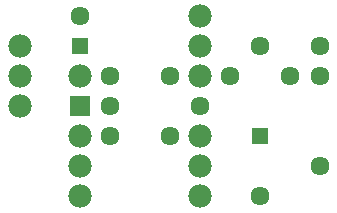
<source format=gts>
G75*
%MOIN*%
%OFA0B0*%
%FSLAX25Y25*%
%IPPOS*%
%LPD*%
%AMOC8*
5,1,8,0,0,1.08239X$1,22.5*
%
%ADD10C,0.06343*%
%ADD11R,0.05556X0.05556*%
%ADD12C,0.07800*%
%ADD13R,0.07100X0.07100*%
D10*
X0070337Y0031833D03*
X0090337Y0031833D03*
X0100337Y0041833D03*
X0090337Y0051833D03*
X0070337Y0051833D03*
X0070337Y0041833D03*
X0110337Y0051833D03*
X0130337Y0051833D03*
X0140337Y0051833D03*
X0140337Y0061833D03*
X0120337Y0061833D03*
X0060337Y0071833D03*
X0140337Y0021833D03*
X0120337Y0011833D03*
D11*
X0120337Y0031833D03*
X0060337Y0061833D03*
D12*
X0060337Y0011833D03*
X0060337Y0021833D03*
X0060337Y0031833D03*
X0040337Y0041833D03*
X0040337Y0051833D03*
X0040337Y0061833D03*
X0060337Y0051833D03*
X0100337Y0051833D03*
X0100337Y0061833D03*
X0100337Y0071833D03*
X0100337Y0031833D03*
X0100337Y0021833D03*
X0100337Y0011833D03*
D13*
X0060337Y0041833D03*
M02*

</source>
